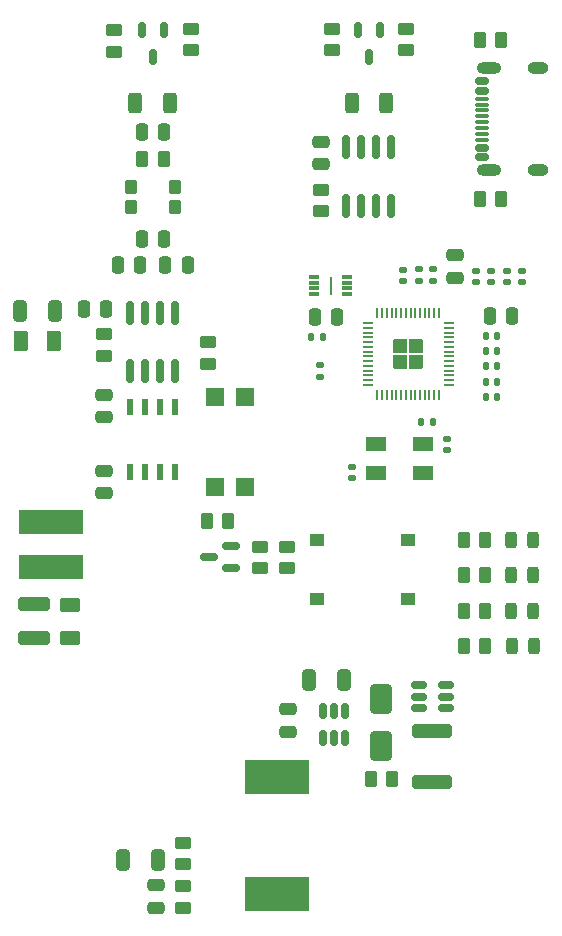
<source format=gtp>
G04 #@! TF.GenerationSoftware,KiCad,Pcbnew,8.0.6*
G04 #@! TF.CreationDate,2025-03-23T16:03:48+01:00*
G04 #@! TF.ProjectId,RS485-insolated-repeater,52533438-352d-4696-9e73-6f6c61746564,v1.0*
G04 #@! TF.SameCoordinates,Original*
G04 #@! TF.FileFunction,Paste,Top*
G04 #@! TF.FilePolarity,Positive*
%FSLAX46Y46*%
G04 Gerber Fmt 4.6, Leading zero omitted, Abs format (unit mm)*
G04 Created by KiCad (PCBNEW 8.0.6) date 2025-03-23 16:03:48*
%MOMM*%
%LPD*%
G01*
G04 APERTURE LIST*
G04 Aperture macros list*
%AMRoundRect*
0 Rectangle with rounded corners*
0 $1 Rounding radius*
0 $2 $3 $4 $5 $6 $7 $8 $9 X,Y pos of 4 corners*
0 Add a 4 corners polygon primitive as box body*
4,1,4,$2,$3,$4,$5,$6,$7,$8,$9,$2,$3,0*
0 Add four circle primitives for the rounded corners*
1,1,$1+$1,$2,$3*
1,1,$1+$1,$4,$5*
1,1,$1+$1,$6,$7*
1,1,$1+$1,$8,$9*
0 Add four rect primitives between the rounded corners*
20,1,$1+$1,$2,$3,$4,$5,0*
20,1,$1+$1,$4,$5,$6,$7,0*
20,1,$1+$1,$6,$7,$8,$9,0*
20,1,$1+$1,$8,$9,$2,$3,0*%
%AMFreePoly0*
4,1,19,0.563745,0.600348,0.608674,0.548497,0.619677,0.497915,0.619677,-0.397045,0.600348,-0.462875,0.584014,-0.483144,0.483144,-0.584014,0.422927,-0.616894,0.397045,-0.619677,-0.497915,-0.619677,-0.563745,-0.600348,-0.608674,-0.548497,-0.619677,-0.497915,-0.619677,0.497915,-0.600348,0.563745,-0.548497,0.608674,-0.497915,0.619677,0.497915,0.619677,0.563745,0.600348,0.563745,0.600348,
$1*%
%AMFreePoly1*
4,1,19,0.462875,0.600348,0.483144,0.584014,0.584014,0.483144,0.616894,0.422927,0.619677,0.397045,0.619677,-0.497915,0.600348,-0.563745,0.548497,-0.608674,0.497915,-0.619677,-0.497915,-0.619677,-0.563745,-0.600348,-0.608674,-0.548497,-0.619677,-0.497915,-0.619677,0.497915,-0.600348,0.563745,-0.548497,0.608674,-0.497915,0.619677,0.397045,0.619677,0.462875,0.600348,0.462875,0.600348,
$1*%
%AMFreePoly2*
4,1,19,0.563745,0.600348,0.608674,0.548497,0.619677,0.497915,0.619677,-0.497915,0.600348,-0.563745,0.548497,-0.608674,0.497915,-0.619677,-0.397045,-0.619677,-0.462875,-0.600348,-0.483144,-0.584014,-0.584014,-0.483144,-0.616894,-0.422927,-0.619677,-0.397045,-0.619677,0.497915,-0.600348,0.563745,-0.548497,0.608674,-0.497915,0.619677,0.497915,0.619677,0.563745,0.600348,0.563745,0.600348,
$1*%
%AMFreePoly3*
4,1,19,0.563745,0.600348,0.608674,0.548497,0.619677,0.497915,0.619677,-0.497915,0.600348,-0.563745,0.548497,-0.608674,0.497915,-0.619677,-0.497915,-0.619677,-0.563745,-0.600348,-0.608674,-0.548497,-0.619677,-0.497915,-0.619677,0.397045,-0.600348,0.462875,-0.584014,0.483144,-0.483144,0.584014,-0.422927,0.616894,-0.397045,0.619677,0.497915,0.619677,0.563745,0.600348,0.563745,0.600348,
$1*%
G04 Aperture macros list end*
%ADD10O,1.800000X1.000000*%
%ADD11O,2.100000X1.000000*%
%ADD12RoundRect,0.150000X0.425000X-0.150000X0.425000X0.150000X-0.425000X0.150000X-0.425000X-0.150000X0*%
%ADD13RoundRect,0.075000X0.500000X-0.075000X0.500000X0.075000X-0.500000X0.075000X-0.500000X-0.075000X0*%
%ADD14R,1.250000X1.000000*%
%ADD15RoundRect,0.150000X-0.150000X0.512500X-0.150000X-0.512500X0.150000X-0.512500X0.150000X0.512500X0*%
%ADD16RoundRect,0.250000X1.450000X-0.312500X1.450000X0.312500X-1.450000X0.312500X-1.450000X-0.312500X0*%
%ADD17RoundRect,0.140000X-0.140000X-0.170000X0.140000X-0.170000X0.140000X0.170000X-0.140000X0.170000X0*%
%ADD18RoundRect,0.140000X0.170000X-0.140000X0.170000X0.140000X-0.170000X0.140000X-0.170000X-0.140000X0*%
%ADD19RoundRect,0.150000X0.512500X0.150000X-0.512500X0.150000X-0.512500X-0.150000X0.512500X-0.150000X0*%
%ADD20RoundRect,0.250000X0.262500X0.450000X-0.262500X0.450000X-0.262500X-0.450000X0.262500X-0.450000X0*%
%ADD21RoundRect,0.140000X-0.170000X0.140000X-0.170000X-0.140000X0.170000X-0.140000X0.170000X0.140000X0*%
%ADD22RoundRect,0.250000X-0.250000X-0.475000X0.250000X-0.475000X0.250000X0.475000X-0.250000X0.475000X0*%
%ADD23RoundRect,0.243750X0.243750X0.456250X-0.243750X0.456250X-0.243750X-0.456250X0.243750X-0.456250X0*%
%ADD24RoundRect,0.250000X-1.100000X0.325000X-1.100000X-0.325000X1.100000X-0.325000X1.100000X0.325000X0*%
%ADD25RoundRect,0.135000X0.185000X-0.135000X0.185000X0.135000X-0.185000X0.135000X-0.185000X-0.135000X0*%
%ADD26RoundRect,0.135000X-0.185000X0.135000X-0.185000X-0.135000X0.185000X-0.135000X0.185000X0.135000X0*%
%ADD27RoundRect,0.250000X0.250000X0.475000X-0.250000X0.475000X-0.250000X-0.475000X0.250000X-0.475000X0*%
%ADD28RoundRect,0.250000X0.450000X-0.262500X0.450000X0.262500X-0.450000X0.262500X-0.450000X-0.262500X0*%
%ADD29RoundRect,0.250000X-0.325000X-0.650000X0.325000X-0.650000X0.325000X0.650000X-0.325000X0.650000X0*%
%ADD30RoundRect,0.250000X-0.475000X0.250000X-0.475000X-0.250000X0.475000X-0.250000X0.475000X0.250000X0*%
%ADD31RoundRect,0.250000X-0.262500X-0.450000X0.262500X-0.450000X0.262500X0.450000X-0.262500X0.450000X0*%
%ADD32RoundRect,0.250000X0.325000X0.650000X-0.325000X0.650000X-0.325000X-0.650000X0.325000X-0.650000X0*%
%ADD33RoundRect,0.250000X-0.312500X-0.625000X0.312500X-0.625000X0.312500X0.625000X-0.312500X0.625000X0*%
%ADD34R,5.500000X2.150000*%
%ADD35RoundRect,0.250000X-0.450000X0.262500X-0.450000X-0.262500X0.450000X-0.262500X0.450000X0.262500X0*%
%ADD36RoundRect,0.250000X-0.375000X-0.625000X0.375000X-0.625000X0.375000X0.625000X-0.375000X0.625000X0*%
%ADD37RoundRect,0.150000X0.587500X0.150000X-0.587500X0.150000X-0.587500X-0.150000X0.587500X-0.150000X0*%
%ADD38RoundRect,0.250000X0.625000X-0.375000X0.625000X0.375000X-0.625000X0.375000X-0.625000X-0.375000X0*%
%ADD39R,5.400000X2.900000*%
%ADD40RoundRect,0.250000X-0.650000X1.000000X-0.650000X-1.000000X0.650000X-1.000000X0.650000X1.000000X0*%
%ADD41R,0.599999X1.400000*%
%ADD42RoundRect,0.050000X0.450000X-0.525000X0.450000X0.525000X-0.450000X0.525000X-0.450000X-0.525000X0*%
%ADD43RoundRect,0.250000X0.475000X-0.250000X0.475000X0.250000X-0.475000X0.250000X-0.475000X-0.250000X0*%
%ADD44R,1.800000X1.200000*%
%ADD45RoundRect,0.050000X-0.050000X-0.387500X0.050000X-0.387500X0.050000X0.387500X-0.050000X0.387500X0*%
%ADD46RoundRect,0.050000X-0.387500X-0.050000X0.387500X-0.050000X0.387500X0.050000X-0.387500X0.050000X0*%
%ADD47FreePoly0,0.000000*%
%ADD48FreePoly1,0.000000*%
%ADD49FreePoly2,0.000000*%
%ADD50FreePoly3,0.000000*%
%ADD51RoundRect,0.150000X0.150000X-0.512500X0.150000X0.512500X-0.150000X0.512500X-0.150000X-0.512500X0*%
%ADD52R,0.250000X1.650000*%
%ADD53R,0.900000X0.300000*%
%ADD54RoundRect,0.150000X0.150000X-0.825000X0.150000X0.825000X-0.150000X0.825000X-0.150000X-0.825000X0*%
%ADD55R,1.600000X1.600000*%
%ADD56RoundRect,0.135000X-0.135000X-0.185000X0.135000X-0.185000X0.135000X0.185000X-0.135000X0.185000X0*%
G04 APERTURE END LIST*
D10*
X161899999Y-76080000D03*
D11*
X157719999Y-76080000D03*
D10*
X161899999Y-84720000D03*
D11*
X157719999Y-84720000D03*
D12*
X157144999Y-83600000D03*
X157144999Y-82800000D03*
D13*
X157144999Y-82150000D03*
X157144999Y-81150000D03*
X157144999Y-79650000D03*
X157144999Y-78650000D03*
D12*
X157144999Y-78000000D03*
X157144999Y-77200000D03*
X157144999Y-77200000D03*
X157144999Y-78000000D03*
D13*
X157144999Y-79150000D03*
X157144999Y-80150000D03*
X157144999Y-80650000D03*
X157144999Y-81650000D03*
D12*
X157144999Y-82800000D03*
X157144999Y-83600000D03*
D14*
X150875000Y-121000000D03*
X143125000Y-121000000D03*
D15*
X147550000Y-75137500D03*
X146600000Y-72862500D03*
X148500000Y-72862500D03*
D16*
X152849999Y-132225000D03*
X152849999Y-136500000D03*
D17*
X158424999Y-101325000D03*
X157464999Y-101325000D03*
D18*
X159224999Y-93215000D03*
X159224999Y-94175000D03*
D19*
X151824999Y-128325000D03*
X154099999Y-128325000D03*
X151824999Y-129275000D03*
X151824999Y-130225000D03*
X154099999Y-129275000D03*
X154099999Y-130225000D03*
D20*
X156919999Y-73710000D03*
X158744999Y-73710000D03*
D21*
X146124999Y-110805000D03*
X146124999Y-109845000D03*
D14*
X143125000Y-116000000D03*
X150875000Y-116000000D03*
D17*
X158424999Y-98725000D03*
X157464999Y-98725000D03*
D20*
X147687499Y-136225000D03*
X149512499Y-136225000D03*
D17*
X158424999Y-103925000D03*
X157464999Y-103925000D03*
D22*
X159674999Y-97025000D03*
X157774999Y-97025000D03*
D18*
X156624999Y-93215000D03*
X156624999Y-94175000D03*
D23*
X159562499Y-122000000D03*
X161437499Y-122000000D03*
D18*
X160500000Y-93220000D03*
X160500000Y-94180000D03*
D20*
X155562499Y-125000000D03*
X157387499Y-125000000D03*
D24*
X119200000Y-124350000D03*
X119200000Y-121400000D03*
D25*
X153000000Y-93080000D03*
X153000000Y-94100000D03*
D26*
X143400000Y-102200000D03*
X143400000Y-101180000D03*
D27*
X128299999Y-81500000D03*
X130199999Y-81500000D03*
D20*
X128337499Y-83750000D03*
X130162499Y-83750000D03*
D23*
X159624999Y-125000000D03*
X161499999Y-125000000D03*
D28*
X125100000Y-98600000D03*
X125100000Y-100425000D03*
D22*
X132199999Y-92750000D03*
X130299999Y-92750000D03*
D20*
X155562499Y-116000000D03*
X157387499Y-116000000D03*
D22*
X130199999Y-90500000D03*
X128299999Y-90500000D03*
D17*
X143624999Y-98825000D03*
X142664999Y-98825000D03*
D28*
X133899999Y-99300000D03*
X133899999Y-101125000D03*
D18*
X154124999Y-107445000D03*
X154124999Y-108405000D03*
D23*
X159562499Y-116000000D03*
X161437499Y-116000000D03*
D28*
X138299999Y-116600000D03*
X138299999Y-118425000D03*
D23*
X159562499Y-119000000D03*
X161437499Y-119000000D03*
D28*
X131849999Y-145325000D03*
X131849999Y-147150000D03*
D17*
X158424999Y-102625000D03*
X157464999Y-102625000D03*
D28*
X132499999Y-72750000D03*
X132499999Y-74575000D03*
D29*
X120975000Y-96600000D03*
X118025000Y-96600000D03*
D22*
X144874999Y-97125000D03*
X142974999Y-97125000D03*
D30*
X140700000Y-132250000D03*
X140700000Y-130350000D03*
D31*
X135642499Y-114410000D03*
X133817499Y-114410000D03*
D22*
X125300000Y-96500000D03*
X123400000Y-96500000D03*
D32*
X126750000Y-143100000D03*
X129700000Y-143100000D03*
D28*
X125999999Y-72837500D03*
X125999999Y-74662500D03*
D33*
X130712499Y-79000000D03*
X127787499Y-79000000D03*
X149012500Y-79000000D03*
X146087500Y-79000000D03*
D34*
X120600000Y-114500000D03*
X120600000Y-118350000D03*
D35*
X140599999Y-118412500D03*
X140599999Y-116587500D03*
D36*
X120900000Y-99200000D03*
X118100000Y-99200000D03*
D37*
X134024999Y-117450000D03*
X135899999Y-116500000D03*
X135899999Y-118400000D03*
D38*
X122250000Y-121550000D03*
X122250000Y-124350000D03*
D39*
X139749999Y-146000000D03*
X139749999Y-136100000D03*
D22*
X128199999Y-92750000D03*
X126299999Y-92750000D03*
D28*
X143500000Y-86375000D03*
X143500000Y-88200000D03*
D40*
X148599999Y-133475000D03*
X148599999Y-129475000D03*
D41*
X127344999Y-104750000D03*
X128614999Y-104750000D03*
X129884999Y-104750000D03*
X131154999Y-104750000D03*
X131154999Y-110250000D03*
X129884999Y-110250000D03*
X128614999Y-110250000D03*
X127344999Y-110250000D03*
D20*
X155562499Y-122000000D03*
X157387499Y-122000000D03*
D28*
X150700000Y-72750000D03*
X150700000Y-74575000D03*
D42*
X127409999Y-86135000D03*
X131089999Y-86135000D03*
X131089999Y-87865000D03*
X127409999Y-87865000D03*
D43*
X154824999Y-91925000D03*
X154824999Y-93825000D03*
D20*
X155562499Y-119000000D03*
X157387499Y-119000000D03*
D43*
X125100000Y-110150000D03*
X125100000Y-112050000D03*
D44*
X148124999Y-107925000D03*
X152124999Y-107925000D03*
X152124999Y-110325000D03*
X148124999Y-110325000D03*
D45*
X148274999Y-96837500D03*
X148674999Y-96837500D03*
X149074999Y-96837500D03*
X149474999Y-96837500D03*
X149874999Y-96837500D03*
X150274999Y-96837500D03*
X150674999Y-96837500D03*
X151074999Y-96837500D03*
X151474999Y-96837500D03*
X151874999Y-96837500D03*
X152274999Y-96837500D03*
X152674999Y-96837500D03*
X153074999Y-96837500D03*
X153474999Y-96837500D03*
D46*
X154312499Y-97675000D03*
X154312499Y-98075000D03*
X154312499Y-98475000D03*
X154312499Y-98875000D03*
X154312499Y-99275000D03*
X154312499Y-99675000D03*
X154312499Y-100075000D03*
X154312499Y-100475000D03*
X154312499Y-100875000D03*
X154312499Y-101275000D03*
X154312499Y-101675000D03*
X154312499Y-102075000D03*
X154312499Y-102475000D03*
X154312499Y-102875000D03*
D45*
X153474999Y-103712500D03*
X153074999Y-103712500D03*
X152674999Y-103712500D03*
X152274999Y-103712500D03*
X151874999Y-103712500D03*
X151474999Y-103712500D03*
X151074999Y-103712500D03*
X150674999Y-103712500D03*
X150274999Y-103712500D03*
X149874999Y-103712500D03*
X149474999Y-103712500D03*
X149074999Y-103712500D03*
X148674999Y-103712500D03*
X148274999Y-103712500D03*
D46*
X147437499Y-102875000D03*
X147437499Y-102475000D03*
X147437499Y-102075000D03*
X147437499Y-101675000D03*
X147437499Y-101275000D03*
X147437499Y-100875000D03*
X147437499Y-100475000D03*
X147437499Y-100075000D03*
X147437499Y-99675000D03*
X147437499Y-99275000D03*
X147437499Y-98875000D03*
X147437499Y-98475000D03*
X147437499Y-98075000D03*
X147437499Y-97675000D03*
D47*
X151549999Y-100950000D03*
D48*
X151549999Y-99600000D03*
D49*
X150199999Y-100950000D03*
D50*
X150199999Y-99600000D03*
D30*
X129549999Y-147150000D03*
X129549999Y-145250000D03*
D15*
X129249999Y-75137500D03*
X128299999Y-72862500D03*
X130199999Y-72862500D03*
D51*
X143649999Y-130475000D03*
X144599999Y-130475000D03*
X145549999Y-130475000D03*
X145549999Y-132750000D03*
X144599999Y-132750000D03*
X143649999Y-132750000D03*
D43*
X125100000Y-103750000D03*
X125100000Y-105650000D03*
D26*
X151800000Y-94100000D03*
X151800000Y-93080000D03*
D20*
X156919999Y-87110000D03*
X158744999Y-87110000D03*
D30*
X143500000Y-84200000D03*
X143500000Y-82300000D03*
D17*
X158424999Y-100025000D03*
X157464999Y-100025000D03*
D28*
X131849999Y-141650000D03*
X131849999Y-143475000D03*
D35*
X144400000Y-74575000D03*
X144400000Y-72750000D03*
D18*
X150424999Y-93165000D03*
X150424999Y-94125000D03*
X157924999Y-93215000D03*
X157924999Y-94175000D03*
D29*
X145449999Y-127900000D03*
X142499999Y-127900000D03*
D52*
X144324999Y-94475000D03*
D53*
X142924999Y-95225000D03*
X142924999Y-94725000D03*
X142924999Y-94225000D03*
X142924999Y-93725000D03*
X145724999Y-93725000D03*
X145724999Y-94225000D03*
X145724999Y-94725000D03*
X145724999Y-95225000D03*
D54*
X127344999Y-96775000D03*
X128614999Y-96775000D03*
X129884999Y-96775000D03*
X131154999Y-96775000D03*
X131154999Y-101725000D03*
X129884999Y-101725000D03*
X128614999Y-101725000D03*
X127344999Y-101725000D03*
D55*
X134529999Y-103890000D03*
X137069999Y-103890000D03*
X137069999Y-111510000D03*
X134529999Y-111510000D03*
D54*
X145645000Y-82775000D03*
X146915000Y-82775000D03*
X148185000Y-82775000D03*
X149455000Y-82775000D03*
X149455000Y-87725000D03*
X148185000Y-87725000D03*
X146915000Y-87725000D03*
X145645000Y-87725000D03*
D56*
X152944999Y-106025000D03*
X151924999Y-106025000D03*
M02*

</source>
